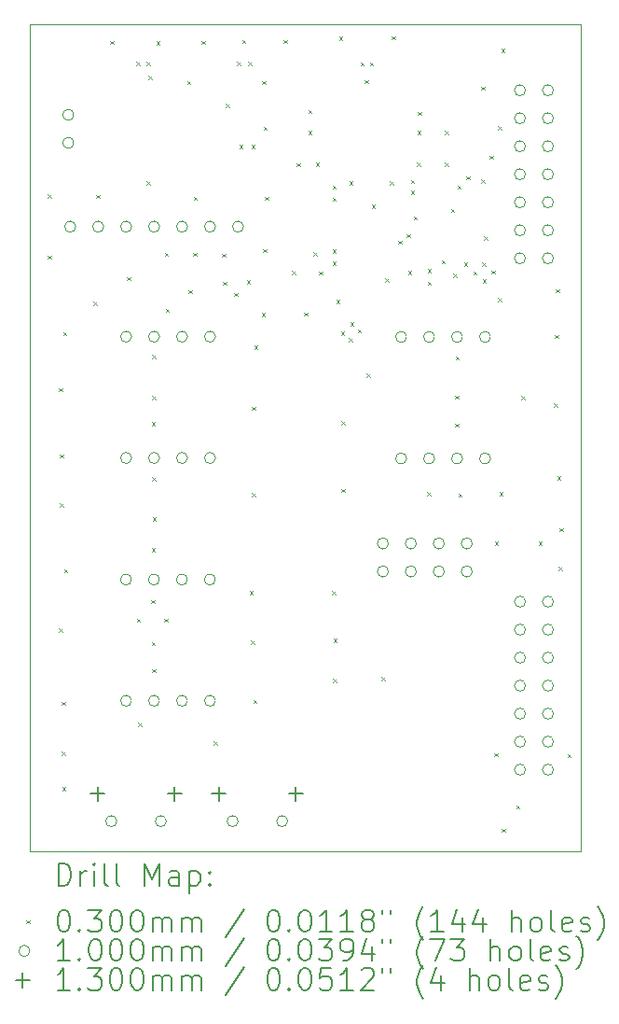
<source format=gbr>
%TF.GenerationSoftware,KiCad,Pcbnew,8.0.8*%
%TF.CreationDate,2025-01-30T21:03:49+01:00*%
%TF.ProjectId,HAMS_hub,48414d53-5f68-4756-922e-6b696361645f,rev?*%
%TF.SameCoordinates,Original*%
%TF.FileFunction,Drillmap*%
%TF.FilePolarity,Positive*%
%FSLAX45Y45*%
G04 Gerber Fmt 4.5, Leading zero omitted, Abs format (unit mm)*
G04 Created by KiCad (PCBNEW 8.0.8) date 2025-01-30 21:03:49*
%MOMM*%
%LPD*%
G01*
G04 APERTURE LIST*
%ADD10C,0.050000*%
%ADD11C,0.200000*%
%ADD12C,0.100000*%
%ADD13C,0.130000*%
G04 APERTURE END LIST*
D10*
X8345500Y-5870000D02*
X13345500Y-5870000D01*
X13345500Y-13370000D01*
X8345500Y-13370000D01*
X8345500Y-5870000D01*
D11*
D12*
X8505000Y-7415000D02*
X8535000Y-7445000D01*
X8535000Y-7415000D02*
X8505000Y-7445000D01*
X8505000Y-7970000D02*
X8535000Y-8000000D01*
X8535000Y-7970000D02*
X8505000Y-8000000D01*
X8607500Y-9172500D02*
X8637500Y-9202500D01*
X8637500Y-9172500D02*
X8607500Y-9202500D01*
X8607500Y-11350000D02*
X8637500Y-11380000D01*
X8637500Y-11350000D02*
X8607500Y-11380000D01*
X8617500Y-9772500D02*
X8647500Y-9802500D01*
X8647500Y-9772500D02*
X8617500Y-9802500D01*
X8617500Y-10215000D02*
X8647500Y-10245000D01*
X8647500Y-10215000D02*
X8617500Y-10245000D01*
X8635000Y-12017500D02*
X8665000Y-12047500D01*
X8665000Y-12017500D02*
X8635000Y-12047500D01*
X8635000Y-12467500D02*
X8665000Y-12497500D01*
X8665000Y-12467500D02*
X8635000Y-12497500D01*
X8637500Y-12790000D02*
X8667500Y-12820000D01*
X8667500Y-12790000D02*
X8637500Y-12820000D01*
X8645000Y-8665000D02*
X8675000Y-8695000D01*
X8675000Y-8665000D02*
X8645000Y-8695000D01*
X8655000Y-10815000D02*
X8685000Y-10845000D01*
X8685000Y-10815000D02*
X8655000Y-10845000D01*
X8922500Y-8387500D02*
X8952500Y-8417500D01*
X8952500Y-8387500D02*
X8922500Y-8417500D01*
X8945000Y-7420000D02*
X8975000Y-7450000D01*
X8975000Y-7420000D02*
X8945000Y-7450000D01*
X9075000Y-6022500D02*
X9105000Y-6052500D01*
X9105000Y-6022500D02*
X9075000Y-6052500D01*
X9227500Y-8165000D02*
X9257500Y-8195000D01*
X9257500Y-8165000D02*
X9227500Y-8195000D01*
X9310000Y-6212500D02*
X9340000Y-6242500D01*
X9340000Y-6212500D02*
X9310000Y-6242500D01*
X9315000Y-11262500D02*
X9345000Y-11292500D01*
X9345000Y-11262500D02*
X9315000Y-11292500D01*
X9327500Y-12207500D02*
X9357500Y-12237500D01*
X9357500Y-12207500D02*
X9327500Y-12237500D01*
X9405000Y-6212500D02*
X9435000Y-6242500D01*
X9435000Y-6212500D02*
X9405000Y-6242500D01*
X9405000Y-7297500D02*
X9435000Y-7327500D01*
X9435000Y-7297500D02*
X9405000Y-7327500D01*
X9422500Y-6340000D02*
X9452500Y-6370000D01*
X9452500Y-6340000D02*
X9422500Y-6370000D01*
X9447500Y-11092500D02*
X9477500Y-11122500D01*
X9477500Y-11092500D02*
X9447500Y-11122500D01*
X9450000Y-9482500D02*
X9480000Y-9512500D01*
X9480000Y-9482500D02*
X9450000Y-9512500D01*
X9450000Y-10622500D02*
X9480000Y-10652500D01*
X9480000Y-10622500D02*
X9450000Y-10652500D01*
X9450000Y-11475000D02*
X9480000Y-11505000D01*
X9480000Y-11475000D02*
X9450000Y-11505000D01*
X9452500Y-9245000D02*
X9482500Y-9275000D01*
X9482500Y-9245000D02*
X9452500Y-9275000D01*
X9455000Y-8872500D02*
X9485000Y-8902500D01*
X9485000Y-8872500D02*
X9455000Y-8902500D01*
X9455000Y-9980000D02*
X9485000Y-10010000D01*
X9485000Y-9980000D02*
X9455000Y-10010000D01*
X9455000Y-11720000D02*
X9485000Y-11750000D01*
X9485000Y-11720000D02*
X9455000Y-11750000D01*
X9457500Y-10345000D02*
X9487500Y-10375000D01*
X9487500Y-10345000D02*
X9457500Y-10375000D01*
X9492500Y-6025000D02*
X9522500Y-6055000D01*
X9522500Y-6025000D02*
X9492500Y-6055000D01*
X9565000Y-11262500D02*
X9595000Y-11292500D01*
X9595000Y-11262500D02*
X9565000Y-11292500D01*
X9570000Y-7945000D02*
X9600000Y-7975000D01*
X9600000Y-7945000D02*
X9570000Y-7975000D01*
X9577500Y-8452500D02*
X9607500Y-8482500D01*
X9607500Y-8452500D02*
X9577500Y-8482500D01*
X9772500Y-6385000D02*
X9802500Y-6415000D01*
X9802500Y-6385000D02*
X9772500Y-6415000D01*
X9782500Y-8282500D02*
X9812500Y-8312500D01*
X9812500Y-8282500D02*
X9782500Y-8312500D01*
X9827500Y-7945000D02*
X9857500Y-7975000D01*
X9857500Y-7945000D02*
X9827500Y-7975000D01*
X9830000Y-7437500D02*
X9860000Y-7467500D01*
X9860000Y-7437500D02*
X9830000Y-7467500D01*
X9905000Y-6020000D02*
X9935000Y-6050000D01*
X9935000Y-6020000D02*
X9905000Y-6050000D01*
X10012500Y-12377500D02*
X10042500Y-12407500D01*
X10042500Y-12377500D02*
X10012500Y-12407500D01*
X10087500Y-7952500D02*
X10117500Y-7982500D01*
X10117500Y-7952500D02*
X10087500Y-7982500D01*
X10100000Y-8207500D02*
X10130000Y-8237500D01*
X10130000Y-8207500D02*
X10100000Y-8237500D01*
X10122500Y-6595000D02*
X10152500Y-6625000D01*
X10152500Y-6595000D02*
X10122500Y-6625000D01*
X10198750Y-8308750D02*
X10228750Y-8338750D01*
X10228750Y-8308750D02*
X10198750Y-8338750D01*
X10225000Y-6212500D02*
X10255000Y-6242500D01*
X10255000Y-6212500D02*
X10225000Y-6242500D01*
X10245000Y-6967500D02*
X10275000Y-6997500D01*
X10275000Y-6967500D02*
X10245000Y-6997500D01*
X10270000Y-6015000D02*
X10300000Y-6045000D01*
X10300000Y-6015000D02*
X10270000Y-6045000D01*
X10312500Y-8195000D02*
X10342500Y-8225000D01*
X10342500Y-8195000D02*
X10312500Y-8225000D01*
X10325000Y-6212500D02*
X10355000Y-6242500D01*
X10355000Y-6212500D02*
X10325000Y-6242500D01*
X10337500Y-11012500D02*
X10367500Y-11042500D01*
X10367500Y-11012500D02*
X10337500Y-11042500D01*
X10350000Y-11462500D02*
X10380000Y-11492500D01*
X10380000Y-11462500D02*
X10350000Y-11492500D01*
X10355000Y-6967500D02*
X10385000Y-6997500D01*
X10385000Y-6967500D02*
X10355000Y-6997500D01*
X10362500Y-9342500D02*
X10392500Y-9372500D01*
X10392500Y-9342500D02*
X10362500Y-9372500D01*
X10362500Y-10125000D02*
X10392500Y-10155000D01*
X10392500Y-10125000D02*
X10362500Y-10155000D01*
X10375000Y-12000000D02*
X10405000Y-12030000D01*
X10405000Y-12000000D02*
X10375000Y-12030000D01*
X10380000Y-8787500D02*
X10410000Y-8817500D01*
X10410000Y-8787500D02*
X10380000Y-8817500D01*
X10450000Y-8490000D02*
X10480000Y-8520000D01*
X10480000Y-8490000D02*
X10450000Y-8520000D01*
X10455000Y-6385000D02*
X10485000Y-6415000D01*
X10485000Y-6385000D02*
X10455000Y-6415000D01*
X10462500Y-7910000D02*
X10492500Y-7940000D01*
X10492500Y-7910000D02*
X10462500Y-7940000D01*
X10465000Y-6802500D02*
X10495000Y-6832500D01*
X10495000Y-6802500D02*
X10465000Y-6832500D01*
X10480000Y-7437500D02*
X10510000Y-7467500D01*
X10510000Y-7437500D02*
X10480000Y-7467500D01*
X10647500Y-6015000D02*
X10677500Y-6045000D01*
X10677500Y-6015000D02*
X10647500Y-6045000D01*
X10725000Y-8110000D02*
X10755000Y-8140000D01*
X10755000Y-8110000D02*
X10725000Y-8140000D01*
X10767500Y-7132500D02*
X10797500Y-7162500D01*
X10797500Y-7132500D02*
X10767500Y-7162500D01*
X10832500Y-8487500D02*
X10862500Y-8517500D01*
X10862500Y-8487500D02*
X10832500Y-8517500D01*
X10872500Y-6650000D02*
X10902500Y-6680000D01*
X10902500Y-6650000D02*
X10872500Y-6680000D01*
X10872500Y-6837500D02*
X10902500Y-6867500D01*
X10902500Y-6837500D02*
X10872500Y-6867500D01*
X10917500Y-7940000D02*
X10947500Y-7970000D01*
X10947500Y-7940000D02*
X10917500Y-7970000D01*
X10940000Y-7127500D02*
X10970000Y-7157500D01*
X10970000Y-7127500D02*
X10940000Y-7157500D01*
X10970000Y-8115000D02*
X11000000Y-8145000D01*
X11000000Y-8115000D02*
X10970000Y-8145000D01*
X11087500Y-11012500D02*
X11117500Y-11042500D01*
X11117500Y-11012500D02*
X11087500Y-11042500D01*
X11092500Y-7332500D02*
X11122500Y-7362500D01*
X11122500Y-7332500D02*
X11092500Y-7362500D01*
X11092500Y-7442500D02*
X11122500Y-7472500D01*
X11122500Y-7442500D02*
X11092500Y-7472500D01*
X11092500Y-7915000D02*
X11122500Y-7945000D01*
X11122500Y-7915000D02*
X11092500Y-7945000D01*
X11092500Y-8025000D02*
X11122500Y-8055000D01*
X11122500Y-8025000D02*
X11092500Y-8055000D01*
X11097500Y-11810000D02*
X11127500Y-11840000D01*
X11127500Y-11810000D02*
X11097500Y-11840000D01*
X11100000Y-11445000D02*
X11130000Y-11475000D01*
X11130000Y-11445000D02*
X11100000Y-11475000D01*
X11127500Y-8372500D02*
X11157500Y-8402500D01*
X11157500Y-8372500D02*
X11127500Y-8402500D01*
X11152500Y-5985000D02*
X11182500Y-6015000D01*
X11182500Y-5985000D02*
X11152500Y-6015000D01*
X11168750Y-8658750D02*
X11198750Y-8688750D01*
X11198750Y-8658750D02*
X11168750Y-8688750D01*
X11172500Y-9472500D02*
X11202500Y-9502500D01*
X11202500Y-9472500D02*
X11172500Y-9502500D01*
X11172500Y-10087500D02*
X11202500Y-10117500D01*
X11202500Y-10087500D02*
X11172500Y-10117500D01*
X11240000Y-8720000D02*
X11270000Y-8750000D01*
X11270000Y-8720000D02*
X11240000Y-8750000D01*
X11245000Y-7295000D02*
X11275000Y-7325000D01*
X11275000Y-7295000D02*
X11245000Y-7325000D01*
X11255000Y-8572500D02*
X11285000Y-8602500D01*
X11285000Y-8572500D02*
X11255000Y-8602500D01*
X11322500Y-8637500D02*
X11352500Y-8667500D01*
X11352500Y-8637500D02*
X11322500Y-8667500D01*
X11345000Y-6215000D02*
X11375000Y-6245000D01*
X11375000Y-6215000D02*
X11345000Y-6245000D01*
X11385000Y-6377500D02*
X11415000Y-6407500D01*
X11415000Y-6377500D02*
X11385000Y-6407500D01*
X11400000Y-9040000D02*
X11430000Y-9070000D01*
X11430000Y-9040000D02*
X11400000Y-9070000D01*
X11432500Y-6215000D02*
X11462500Y-6245000D01*
X11462500Y-6215000D02*
X11432500Y-6245000D01*
X11447500Y-7507500D02*
X11477500Y-7537500D01*
X11477500Y-7507500D02*
X11447500Y-7537500D01*
X11537500Y-11792500D02*
X11567500Y-11822500D01*
X11567500Y-11792500D02*
X11537500Y-11822500D01*
X11570000Y-8177500D02*
X11600000Y-8207500D01*
X11600000Y-8177500D02*
X11570000Y-8207500D01*
X11615000Y-7295000D02*
X11645000Y-7325000D01*
X11645000Y-7295000D02*
X11615000Y-7325000D01*
X11630000Y-5980000D02*
X11660000Y-6010000D01*
X11660000Y-5980000D02*
X11630000Y-6010000D01*
X11690750Y-7833250D02*
X11720750Y-7863250D01*
X11720750Y-7833250D02*
X11690750Y-7863250D01*
X11767500Y-7773500D02*
X11797500Y-7803500D01*
X11797500Y-7773500D02*
X11767500Y-7803500D01*
X11780000Y-8110000D02*
X11810000Y-8140000D01*
X11810000Y-8110000D02*
X11780000Y-8140000D01*
X11802500Y-7282500D02*
X11832500Y-7312500D01*
X11832500Y-7282500D02*
X11802500Y-7312500D01*
X11802500Y-7382500D02*
X11832500Y-7412500D01*
X11832500Y-7382500D02*
X11802500Y-7412500D01*
X11828000Y-7615000D02*
X11858000Y-7645000D01*
X11858000Y-7615000D02*
X11828000Y-7645000D01*
X11857500Y-7127500D02*
X11887500Y-7157500D01*
X11887500Y-7127500D02*
X11857500Y-7157500D01*
X11865000Y-6837500D02*
X11895000Y-6867500D01*
X11895000Y-6837500D02*
X11865000Y-6867500D01*
X11867500Y-6665000D02*
X11897500Y-6695000D01*
X11897500Y-6665000D02*
X11867500Y-6695000D01*
X11950000Y-10115000D02*
X11980000Y-10145000D01*
X11980000Y-10115000D02*
X11950000Y-10145000D01*
X11954500Y-8092500D02*
X11984500Y-8122500D01*
X11984500Y-8092500D02*
X11954500Y-8122500D01*
X11954500Y-8205000D02*
X11984500Y-8235000D01*
X11984500Y-8205000D02*
X11954500Y-8235000D01*
X12085000Y-8012500D02*
X12115000Y-8042500D01*
X12115000Y-8012500D02*
X12085000Y-8042500D01*
X12112500Y-6837500D02*
X12142500Y-6867500D01*
X12142500Y-6837500D02*
X12112500Y-6867500D01*
X12112500Y-7125000D02*
X12142500Y-7155000D01*
X12142500Y-7125000D02*
X12112500Y-7155000D01*
X12167500Y-7547500D02*
X12197500Y-7577500D01*
X12197500Y-7547500D02*
X12167500Y-7577500D01*
X12190000Y-8135000D02*
X12220000Y-8165000D01*
X12220000Y-8135000D02*
X12190000Y-8165000D01*
X12205000Y-9240000D02*
X12235000Y-9270000D01*
X12235000Y-9240000D02*
X12205000Y-9270000D01*
X12205000Y-9492500D02*
X12235000Y-9522500D01*
X12235000Y-9492500D02*
X12205000Y-9522500D01*
X12210000Y-8885000D02*
X12240000Y-8915000D01*
X12240000Y-8885000D02*
X12210000Y-8915000D01*
X12227500Y-7332500D02*
X12257500Y-7362500D01*
X12257500Y-7332500D02*
X12227500Y-7362500D01*
X12235000Y-10127500D02*
X12265000Y-10157500D01*
X12265000Y-10127500D02*
X12235000Y-10157500D01*
X12285000Y-8032500D02*
X12315000Y-8062500D01*
X12315000Y-8032500D02*
X12285000Y-8062500D01*
X12310000Y-7250000D02*
X12340000Y-7280000D01*
X12340000Y-7250000D02*
X12310000Y-7280000D01*
X12372500Y-8115000D02*
X12402500Y-8145000D01*
X12402500Y-8115000D02*
X12372500Y-8145000D01*
X12445000Y-6437500D02*
X12475000Y-6467500D01*
X12475000Y-6437500D02*
X12445000Y-6467500D01*
X12445000Y-7277500D02*
X12475000Y-7307500D01*
X12475000Y-7277500D02*
X12445000Y-7307500D01*
X12453500Y-8033500D02*
X12483500Y-8063500D01*
X12483500Y-8033500D02*
X12453500Y-8063500D01*
X12457500Y-8185000D02*
X12487500Y-8215000D01*
X12487500Y-8185000D02*
X12457500Y-8215000D01*
X12468000Y-7794000D02*
X12498000Y-7824000D01*
X12498000Y-7794000D02*
X12468000Y-7824000D01*
X12517500Y-7065000D02*
X12547500Y-7095000D01*
X12547500Y-7065000D02*
X12517500Y-7095000D01*
X12536250Y-8106250D02*
X12566250Y-8136250D01*
X12566250Y-8106250D02*
X12536250Y-8136250D01*
X12562500Y-12482500D02*
X12592500Y-12512500D01*
X12592500Y-12482500D02*
X12562500Y-12512500D01*
X12565000Y-10562500D02*
X12595000Y-10592500D01*
X12595000Y-10562500D02*
X12565000Y-10592500D01*
X12597500Y-6795000D02*
X12627500Y-6825000D01*
X12627500Y-6795000D02*
X12597500Y-6825000D01*
X12597500Y-8355000D02*
X12627500Y-8385000D01*
X12627500Y-8355000D02*
X12597500Y-8385000D01*
X12610000Y-10117500D02*
X12640000Y-10147500D01*
X12640000Y-10117500D02*
X12610000Y-10147500D01*
X12625000Y-6092500D02*
X12655000Y-6122500D01*
X12655000Y-6092500D02*
X12625000Y-6122500D01*
X12630000Y-13167500D02*
X12660000Y-13197500D01*
X12660000Y-13167500D02*
X12630000Y-13197500D01*
X12760000Y-12955000D02*
X12790000Y-12985000D01*
X12790000Y-12955000D02*
X12760000Y-12985000D01*
X12805000Y-9242500D02*
X12835000Y-9272500D01*
X12835000Y-9242500D02*
X12805000Y-9272500D01*
X12965000Y-10565000D02*
X12995000Y-10595000D01*
X12995000Y-10565000D02*
X12965000Y-10595000D01*
X13105000Y-9312500D02*
X13135000Y-9342500D01*
X13135000Y-9312500D02*
X13105000Y-9342500D01*
X13110000Y-8687500D02*
X13140000Y-8717500D01*
X13140000Y-8687500D02*
X13110000Y-8717500D01*
X13122500Y-8275000D02*
X13152500Y-8305000D01*
X13152500Y-8275000D02*
X13122500Y-8305000D01*
X13135000Y-9970000D02*
X13165000Y-10000000D01*
X13165000Y-9970000D02*
X13135000Y-10000000D01*
X13145000Y-10795000D02*
X13175000Y-10825000D01*
X13175000Y-10795000D02*
X13145000Y-10825000D01*
X13155000Y-10442500D02*
X13185000Y-10472500D01*
X13185000Y-10442500D02*
X13155000Y-10472500D01*
X13227500Y-12490000D02*
X13257500Y-12520000D01*
X13257500Y-12490000D02*
X13227500Y-12520000D01*
X8742500Y-6692500D02*
G75*
G02*
X8642500Y-6692500I-50000J0D01*
G01*
X8642500Y-6692500D02*
G75*
G02*
X8742500Y-6692500I50000J0D01*
G01*
X8742500Y-6946500D02*
G75*
G02*
X8642500Y-6946500I-50000J0D01*
G01*
X8642500Y-6946500D02*
G75*
G02*
X8742500Y-6946500I50000J0D01*
G01*
X8760000Y-7707500D02*
G75*
G02*
X8660000Y-7707500I-50000J0D01*
G01*
X8660000Y-7707500D02*
G75*
G02*
X8760000Y-7707500I50000J0D01*
G01*
X9014000Y-7707500D02*
G75*
G02*
X8914000Y-7707500I-50000J0D01*
G01*
X8914000Y-7707500D02*
G75*
G02*
X9014000Y-7707500I50000J0D01*
G01*
X9132500Y-13100000D02*
G75*
G02*
X9032500Y-13100000I-50000J0D01*
G01*
X9032500Y-13100000D02*
G75*
G02*
X9132500Y-13100000I50000J0D01*
G01*
X9267000Y-10908000D02*
G75*
G02*
X9167000Y-10908000I-50000J0D01*
G01*
X9167000Y-10908000D02*
G75*
G02*
X9267000Y-10908000I50000J0D01*
G01*
X9267000Y-12007500D02*
G75*
G02*
X9167000Y-12007500I-50000J0D01*
G01*
X9167000Y-12007500D02*
G75*
G02*
X9267000Y-12007500I50000J0D01*
G01*
X9267500Y-8705000D02*
G75*
G02*
X9167500Y-8705000I-50000J0D01*
G01*
X9167500Y-8705000D02*
G75*
G02*
X9267500Y-8705000I50000J0D01*
G01*
X9267500Y-9805000D02*
G75*
G02*
X9167500Y-9805000I-50000J0D01*
G01*
X9167500Y-9805000D02*
G75*
G02*
X9267500Y-9805000I50000J0D01*
G01*
X9268000Y-7707500D02*
G75*
G02*
X9168000Y-7707500I-50000J0D01*
G01*
X9168000Y-7707500D02*
G75*
G02*
X9268000Y-7707500I50000J0D01*
G01*
X9521000Y-10908000D02*
G75*
G02*
X9421000Y-10908000I-50000J0D01*
G01*
X9421000Y-10908000D02*
G75*
G02*
X9521000Y-10908000I50000J0D01*
G01*
X9521000Y-12007500D02*
G75*
G02*
X9421000Y-12007500I-50000J0D01*
G01*
X9421000Y-12007500D02*
G75*
G02*
X9521000Y-12007500I50000J0D01*
G01*
X9521500Y-8705000D02*
G75*
G02*
X9421500Y-8705000I-50000J0D01*
G01*
X9421500Y-8705000D02*
G75*
G02*
X9521500Y-8705000I50000J0D01*
G01*
X9521500Y-9805000D02*
G75*
G02*
X9421500Y-9805000I-50000J0D01*
G01*
X9421500Y-9805000D02*
G75*
G02*
X9521500Y-9805000I50000J0D01*
G01*
X9522000Y-7707500D02*
G75*
G02*
X9422000Y-7707500I-50000J0D01*
G01*
X9422000Y-7707500D02*
G75*
G02*
X9522000Y-7707500I50000J0D01*
G01*
X9582500Y-13100000D02*
G75*
G02*
X9482500Y-13100000I-50000J0D01*
G01*
X9482500Y-13100000D02*
G75*
G02*
X9582500Y-13100000I50000J0D01*
G01*
X9775000Y-10908000D02*
G75*
G02*
X9675000Y-10908000I-50000J0D01*
G01*
X9675000Y-10908000D02*
G75*
G02*
X9775000Y-10908000I50000J0D01*
G01*
X9775000Y-12007500D02*
G75*
G02*
X9675000Y-12007500I-50000J0D01*
G01*
X9675000Y-12007500D02*
G75*
G02*
X9775000Y-12007500I50000J0D01*
G01*
X9775500Y-8705000D02*
G75*
G02*
X9675500Y-8705000I-50000J0D01*
G01*
X9675500Y-8705000D02*
G75*
G02*
X9775500Y-8705000I50000J0D01*
G01*
X9775500Y-9805000D02*
G75*
G02*
X9675500Y-9805000I-50000J0D01*
G01*
X9675500Y-9805000D02*
G75*
G02*
X9775500Y-9805000I50000J0D01*
G01*
X9776000Y-7707500D02*
G75*
G02*
X9676000Y-7707500I-50000J0D01*
G01*
X9676000Y-7707500D02*
G75*
G02*
X9776000Y-7707500I50000J0D01*
G01*
X10029000Y-10908000D02*
G75*
G02*
X9929000Y-10908000I-50000J0D01*
G01*
X9929000Y-10908000D02*
G75*
G02*
X10029000Y-10908000I50000J0D01*
G01*
X10029000Y-12007500D02*
G75*
G02*
X9929000Y-12007500I-50000J0D01*
G01*
X9929000Y-12007500D02*
G75*
G02*
X10029000Y-12007500I50000J0D01*
G01*
X10029500Y-8705000D02*
G75*
G02*
X9929500Y-8705000I-50000J0D01*
G01*
X9929500Y-8705000D02*
G75*
G02*
X10029500Y-8705000I50000J0D01*
G01*
X10029500Y-9805000D02*
G75*
G02*
X9929500Y-9805000I-50000J0D01*
G01*
X9929500Y-9805000D02*
G75*
G02*
X10029500Y-9805000I50000J0D01*
G01*
X10030000Y-7707500D02*
G75*
G02*
X9930000Y-7707500I-50000J0D01*
G01*
X9930000Y-7707500D02*
G75*
G02*
X10030000Y-7707500I50000J0D01*
G01*
X10235000Y-13100000D02*
G75*
G02*
X10135000Y-13100000I-50000J0D01*
G01*
X10135000Y-13100000D02*
G75*
G02*
X10235000Y-13100000I50000J0D01*
G01*
X10284000Y-7707500D02*
G75*
G02*
X10184000Y-7707500I-50000J0D01*
G01*
X10184000Y-7707500D02*
G75*
G02*
X10284000Y-7707500I50000J0D01*
G01*
X10685000Y-13100000D02*
G75*
G02*
X10585000Y-13100000I-50000J0D01*
G01*
X10585000Y-13100000D02*
G75*
G02*
X10685000Y-13100000I50000J0D01*
G01*
X11599500Y-10581000D02*
G75*
G02*
X11499500Y-10581000I-50000J0D01*
G01*
X11499500Y-10581000D02*
G75*
G02*
X11599500Y-10581000I50000J0D01*
G01*
X11599500Y-10835000D02*
G75*
G02*
X11499500Y-10835000I-50000J0D01*
G01*
X11499500Y-10835000D02*
G75*
G02*
X11599500Y-10835000I50000J0D01*
G01*
X11765500Y-8707500D02*
G75*
G02*
X11665500Y-8707500I-50000J0D01*
G01*
X11665500Y-8707500D02*
G75*
G02*
X11765500Y-8707500I50000J0D01*
G01*
X11765500Y-9810000D02*
G75*
G02*
X11665500Y-9810000I-50000J0D01*
G01*
X11665500Y-9810000D02*
G75*
G02*
X11765500Y-9810000I50000J0D01*
G01*
X11853500Y-10581000D02*
G75*
G02*
X11753500Y-10581000I-50000J0D01*
G01*
X11753500Y-10581000D02*
G75*
G02*
X11853500Y-10581000I50000J0D01*
G01*
X11853500Y-10835000D02*
G75*
G02*
X11753500Y-10835000I-50000J0D01*
G01*
X11753500Y-10835000D02*
G75*
G02*
X11853500Y-10835000I50000J0D01*
G01*
X12019500Y-8707500D02*
G75*
G02*
X11919500Y-8707500I-50000J0D01*
G01*
X11919500Y-8707500D02*
G75*
G02*
X12019500Y-8707500I50000J0D01*
G01*
X12019500Y-9810000D02*
G75*
G02*
X11919500Y-9810000I-50000J0D01*
G01*
X11919500Y-9810000D02*
G75*
G02*
X12019500Y-9810000I50000J0D01*
G01*
X12107500Y-10581000D02*
G75*
G02*
X12007500Y-10581000I-50000J0D01*
G01*
X12007500Y-10581000D02*
G75*
G02*
X12107500Y-10581000I50000J0D01*
G01*
X12107500Y-10835000D02*
G75*
G02*
X12007500Y-10835000I-50000J0D01*
G01*
X12007500Y-10835000D02*
G75*
G02*
X12107500Y-10835000I50000J0D01*
G01*
X12273500Y-8707500D02*
G75*
G02*
X12173500Y-8707500I-50000J0D01*
G01*
X12173500Y-8707500D02*
G75*
G02*
X12273500Y-8707500I50000J0D01*
G01*
X12273500Y-9810000D02*
G75*
G02*
X12173500Y-9810000I-50000J0D01*
G01*
X12173500Y-9810000D02*
G75*
G02*
X12273500Y-9810000I50000J0D01*
G01*
X12361500Y-10581000D02*
G75*
G02*
X12261500Y-10581000I-50000J0D01*
G01*
X12261500Y-10581000D02*
G75*
G02*
X12361500Y-10581000I50000J0D01*
G01*
X12361500Y-10835000D02*
G75*
G02*
X12261500Y-10835000I-50000J0D01*
G01*
X12261500Y-10835000D02*
G75*
G02*
X12361500Y-10835000I50000J0D01*
G01*
X12527500Y-8707500D02*
G75*
G02*
X12427500Y-8707500I-50000J0D01*
G01*
X12427500Y-8707500D02*
G75*
G02*
X12527500Y-8707500I50000J0D01*
G01*
X12527500Y-9810000D02*
G75*
G02*
X12427500Y-9810000I-50000J0D01*
G01*
X12427500Y-9810000D02*
G75*
G02*
X12527500Y-9810000I50000J0D01*
G01*
X12845000Y-6470000D02*
G75*
G02*
X12745000Y-6470000I-50000J0D01*
G01*
X12745000Y-6470000D02*
G75*
G02*
X12845000Y-6470000I50000J0D01*
G01*
X12845000Y-6724000D02*
G75*
G02*
X12745000Y-6724000I-50000J0D01*
G01*
X12745000Y-6724000D02*
G75*
G02*
X12845000Y-6724000I50000J0D01*
G01*
X12845000Y-6978000D02*
G75*
G02*
X12745000Y-6978000I-50000J0D01*
G01*
X12745000Y-6978000D02*
G75*
G02*
X12845000Y-6978000I50000J0D01*
G01*
X12845000Y-7232000D02*
G75*
G02*
X12745000Y-7232000I-50000J0D01*
G01*
X12745000Y-7232000D02*
G75*
G02*
X12845000Y-7232000I50000J0D01*
G01*
X12845000Y-7486000D02*
G75*
G02*
X12745000Y-7486000I-50000J0D01*
G01*
X12745000Y-7486000D02*
G75*
G02*
X12845000Y-7486000I50000J0D01*
G01*
X12845000Y-7740000D02*
G75*
G02*
X12745000Y-7740000I-50000J0D01*
G01*
X12745000Y-7740000D02*
G75*
G02*
X12845000Y-7740000I50000J0D01*
G01*
X12845000Y-7994000D02*
G75*
G02*
X12745000Y-7994000I-50000J0D01*
G01*
X12745000Y-7994000D02*
G75*
G02*
X12845000Y-7994000I50000J0D01*
G01*
X12845000Y-11108500D02*
G75*
G02*
X12745000Y-11108500I-50000J0D01*
G01*
X12745000Y-11108500D02*
G75*
G02*
X12845000Y-11108500I50000J0D01*
G01*
X12845000Y-11362500D02*
G75*
G02*
X12745000Y-11362500I-50000J0D01*
G01*
X12745000Y-11362500D02*
G75*
G02*
X12845000Y-11362500I50000J0D01*
G01*
X12845000Y-11616500D02*
G75*
G02*
X12745000Y-11616500I-50000J0D01*
G01*
X12745000Y-11616500D02*
G75*
G02*
X12845000Y-11616500I50000J0D01*
G01*
X12845000Y-11870500D02*
G75*
G02*
X12745000Y-11870500I-50000J0D01*
G01*
X12745000Y-11870500D02*
G75*
G02*
X12845000Y-11870500I50000J0D01*
G01*
X12845000Y-12124500D02*
G75*
G02*
X12745000Y-12124500I-50000J0D01*
G01*
X12745000Y-12124500D02*
G75*
G02*
X12845000Y-12124500I50000J0D01*
G01*
X12845000Y-12378500D02*
G75*
G02*
X12745000Y-12378500I-50000J0D01*
G01*
X12745000Y-12378500D02*
G75*
G02*
X12845000Y-12378500I50000J0D01*
G01*
X12845000Y-12632500D02*
G75*
G02*
X12745000Y-12632500I-50000J0D01*
G01*
X12745000Y-12632500D02*
G75*
G02*
X12845000Y-12632500I50000J0D01*
G01*
X13099000Y-6470000D02*
G75*
G02*
X12999000Y-6470000I-50000J0D01*
G01*
X12999000Y-6470000D02*
G75*
G02*
X13099000Y-6470000I50000J0D01*
G01*
X13099000Y-6724000D02*
G75*
G02*
X12999000Y-6724000I-50000J0D01*
G01*
X12999000Y-6724000D02*
G75*
G02*
X13099000Y-6724000I50000J0D01*
G01*
X13099000Y-6978000D02*
G75*
G02*
X12999000Y-6978000I-50000J0D01*
G01*
X12999000Y-6978000D02*
G75*
G02*
X13099000Y-6978000I50000J0D01*
G01*
X13099000Y-7232000D02*
G75*
G02*
X12999000Y-7232000I-50000J0D01*
G01*
X12999000Y-7232000D02*
G75*
G02*
X13099000Y-7232000I50000J0D01*
G01*
X13099000Y-7486000D02*
G75*
G02*
X12999000Y-7486000I-50000J0D01*
G01*
X12999000Y-7486000D02*
G75*
G02*
X13099000Y-7486000I50000J0D01*
G01*
X13099000Y-7740000D02*
G75*
G02*
X12999000Y-7740000I-50000J0D01*
G01*
X12999000Y-7740000D02*
G75*
G02*
X13099000Y-7740000I50000J0D01*
G01*
X13099000Y-7994000D02*
G75*
G02*
X12999000Y-7994000I-50000J0D01*
G01*
X12999000Y-7994000D02*
G75*
G02*
X13099000Y-7994000I50000J0D01*
G01*
X13099000Y-11108500D02*
G75*
G02*
X12999000Y-11108500I-50000J0D01*
G01*
X12999000Y-11108500D02*
G75*
G02*
X13099000Y-11108500I50000J0D01*
G01*
X13099000Y-11362500D02*
G75*
G02*
X12999000Y-11362500I-50000J0D01*
G01*
X12999000Y-11362500D02*
G75*
G02*
X13099000Y-11362500I50000J0D01*
G01*
X13099000Y-11616500D02*
G75*
G02*
X12999000Y-11616500I-50000J0D01*
G01*
X12999000Y-11616500D02*
G75*
G02*
X13099000Y-11616500I50000J0D01*
G01*
X13099000Y-11870500D02*
G75*
G02*
X12999000Y-11870500I-50000J0D01*
G01*
X12999000Y-11870500D02*
G75*
G02*
X13099000Y-11870500I50000J0D01*
G01*
X13099000Y-12124500D02*
G75*
G02*
X12999000Y-12124500I-50000J0D01*
G01*
X12999000Y-12124500D02*
G75*
G02*
X13099000Y-12124500I50000J0D01*
G01*
X13099000Y-12378500D02*
G75*
G02*
X12999000Y-12378500I-50000J0D01*
G01*
X12999000Y-12378500D02*
G75*
G02*
X13099000Y-12378500I50000J0D01*
G01*
X13099000Y-12632500D02*
G75*
G02*
X12999000Y-12632500I-50000J0D01*
G01*
X12999000Y-12632500D02*
G75*
G02*
X13099000Y-12632500I50000J0D01*
G01*
D13*
X8957500Y-12785000D02*
X8957500Y-12915000D01*
X8892500Y-12850000D02*
X9022500Y-12850000D01*
X9657500Y-12785000D02*
X9657500Y-12915000D01*
X9592500Y-12850000D02*
X9722500Y-12850000D01*
X10060000Y-12785000D02*
X10060000Y-12915000D01*
X9995000Y-12850000D02*
X10125000Y-12850000D01*
X10760000Y-12785000D02*
X10760000Y-12915000D01*
X10695000Y-12850000D02*
X10825000Y-12850000D01*
D11*
X8603777Y-13683984D02*
X8603777Y-13483984D01*
X8603777Y-13483984D02*
X8651396Y-13483984D01*
X8651396Y-13483984D02*
X8679967Y-13493508D01*
X8679967Y-13493508D02*
X8699015Y-13512555D01*
X8699015Y-13512555D02*
X8708539Y-13531603D01*
X8708539Y-13531603D02*
X8718063Y-13569698D01*
X8718063Y-13569698D02*
X8718063Y-13598269D01*
X8718063Y-13598269D02*
X8708539Y-13636365D01*
X8708539Y-13636365D02*
X8699015Y-13655412D01*
X8699015Y-13655412D02*
X8679967Y-13674460D01*
X8679967Y-13674460D02*
X8651396Y-13683984D01*
X8651396Y-13683984D02*
X8603777Y-13683984D01*
X8803777Y-13683984D02*
X8803777Y-13550650D01*
X8803777Y-13588746D02*
X8813301Y-13569698D01*
X8813301Y-13569698D02*
X8822824Y-13560174D01*
X8822824Y-13560174D02*
X8841872Y-13550650D01*
X8841872Y-13550650D02*
X8860920Y-13550650D01*
X8927586Y-13683984D02*
X8927586Y-13550650D01*
X8927586Y-13483984D02*
X8918063Y-13493508D01*
X8918063Y-13493508D02*
X8927586Y-13503031D01*
X8927586Y-13503031D02*
X8937110Y-13493508D01*
X8937110Y-13493508D02*
X8927586Y-13483984D01*
X8927586Y-13483984D02*
X8927586Y-13503031D01*
X9051396Y-13683984D02*
X9032348Y-13674460D01*
X9032348Y-13674460D02*
X9022824Y-13655412D01*
X9022824Y-13655412D02*
X9022824Y-13483984D01*
X9156158Y-13683984D02*
X9137110Y-13674460D01*
X9137110Y-13674460D02*
X9127586Y-13655412D01*
X9127586Y-13655412D02*
X9127586Y-13483984D01*
X9384729Y-13683984D02*
X9384729Y-13483984D01*
X9384729Y-13483984D02*
X9451396Y-13626841D01*
X9451396Y-13626841D02*
X9518063Y-13483984D01*
X9518063Y-13483984D02*
X9518063Y-13683984D01*
X9699015Y-13683984D02*
X9699015Y-13579222D01*
X9699015Y-13579222D02*
X9689491Y-13560174D01*
X9689491Y-13560174D02*
X9670444Y-13550650D01*
X9670444Y-13550650D02*
X9632348Y-13550650D01*
X9632348Y-13550650D02*
X9613301Y-13560174D01*
X9699015Y-13674460D02*
X9679967Y-13683984D01*
X9679967Y-13683984D02*
X9632348Y-13683984D01*
X9632348Y-13683984D02*
X9613301Y-13674460D01*
X9613301Y-13674460D02*
X9603777Y-13655412D01*
X9603777Y-13655412D02*
X9603777Y-13636365D01*
X9603777Y-13636365D02*
X9613301Y-13617317D01*
X9613301Y-13617317D02*
X9632348Y-13607793D01*
X9632348Y-13607793D02*
X9679967Y-13607793D01*
X9679967Y-13607793D02*
X9699015Y-13598269D01*
X9794253Y-13550650D02*
X9794253Y-13750650D01*
X9794253Y-13560174D02*
X9813301Y-13550650D01*
X9813301Y-13550650D02*
X9851396Y-13550650D01*
X9851396Y-13550650D02*
X9870444Y-13560174D01*
X9870444Y-13560174D02*
X9879967Y-13569698D01*
X9879967Y-13569698D02*
X9889491Y-13588746D01*
X9889491Y-13588746D02*
X9889491Y-13645888D01*
X9889491Y-13645888D02*
X9879967Y-13664936D01*
X9879967Y-13664936D02*
X9870444Y-13674460D01*
X9870444Y-13674460D02*
X9851396Y-13683984D01*
X9851396Y-13683984D02*
X9813301Y-13683984D01*
X9813301Y-13683984D02*
X9794253Y-13674460D01*
X9975205Y-13664936D02*
X9984729Y-13674460D01*
X9984729Y-13674460D02*
X9975205Y-13683984D01*
X9975205Y-13683984D02*
X9965682Y-13674460D01*
X9965682Y-13674460D02*
X9975205Y-13664936D01*
X9975205Y-13664936D02*
X9975205Y-13683984D01*
X9975205Y-13560174D02*
X9984729Y-13569698D01*
X9984729Y-13569698D02*
X9975205Y-13579222D01*
X9975205Y-13579222D02*
X9965682Y-13569698D01*
X9965682Y-13569698D02*
X9975205Y-13560174D01*
X9975205Y-13560174D02*
X9975205Y-13579222D01*
D12*
X8313000Y-13997500D02*
X8343000Y-14027500D01*
X8343000Y-13997500D02*
X8313000Y-14027500D01*
D11*
X8641872Y-13903984D02*
X8660920Y-13903984D01*
X8660920Y-13903984D02*
X8679967Y-13913508D01*
X8679967Y-13913508D02*
X8689491Y-13923031D01*
X8689491Y-13923031D02*
X8699015Y-13942079D01*
X8699015Y-13942079D02*
X8708539Y-13980174D01*
X8708539Y-13980174D02*
X8708539Y-14027793D01*
X8708539Y-14027793D02*
X8699015Y-14065888D01*
X8699015Y-14065888D02*
X8689491Y-14084936D01*
X8689491Y-14084936D02*
X8679967Y-14094460D01*
X8679967Y-14094460D02*
X8660920Y-14103984D01*
X8660920Y-14103984D02*
X8641872Y-14103984D01*
X8641872Y-14103984D02*
X8622824Y-14094460D01*
X8622824Y-14094460D02*
X8613301Y-14084936D01*
X8613301Y-14084936D02*
X8603777Y-14065888D01*
X8603777Y-14065888D02*
X8594253Y-14027793D01*
X8594253Y-14027793D02*
X8594253Y-13980174D01*
X8594253Y-13980174D02*
X8603777Y-13942079D01*
X8603777Y-13942079D02*
X8613301Y-13923031D01*
X8613301Y-13923031D02*
X8622824Y-13913508D01*
X8622824Y-13913508D02*
X8641872Y-13903984D01*
X8794253Y-14084936D02*
X8803777Y-14094460D01*
X8803777Y-14094460D02*
X8794253Y-14103984D01*
X8794253Y-14103984D02*
X8784729Y-14094460D01*
X8784729Y-14094460D02*
X8794253Y-14084936D01*
X8794253Y-14084936D02*
X8794253Y-14103984D01*
X8870444Y-13903984D02*
X8994253Y-13903984D01*
X8994253Y-13903984D02*
X8927586Y-13980174D01*
X8927586Y-13980174D02*
X8956158Y-13980174D01*
X8956158Y-13980174D02*
X8975205Y-13989698D01*
X8975205Y-13989698D02*
X8984729Y-13999222D01*
X8984729Y-13999222D02*
X8994253Y-14018269D01*
X8994253Y-14018269D02*
X8994253Y-14065888D01*
X8994253Y-14065888D02*
X8984729Y-14084936D01*
X8984729Y-14084936D02*
X8975205Y-14094460D01*
X8975205Y-14094460D02*
X8956158Y-14103984D01*
X8956158Y-14103984D02*
X8899015Y-14103984D01*
X8899015Y-14103984D02*
X8879967Y-14094460D01*
X8879967Y-14094460D02*
X8870444Y-14084936D01*
X9118063Y-13903984D02*
X9137110Y-13903984D01*
X9137110Y-13903984D02*
X9156158Y-13913508D01*
X9156158Y-13913508D02*
X9165682Y-13923031D01*
X9165682Y-13923031D02*
X9175205Y-13942079D01*
X9175205Y-13942079D02*
X9184729Y-13980174D01*
X9184729Y-13980174D02*
X9184729Y-14027793D01*
X9184729Y-14027793D02*
X9175205Y-14065888D01*
X9175205Y-14065888D02*
X9165682Y-14084936D01*
X9165682Y-14084936D02*
X9156158Y-14094460D01*
X9156158Y-14094460D02*
X9137110Y-14103984D01*
X9137110Y-14103984D02*
X9118063Y-14103984D01*
X9118063Y-14103984D02*
X9099015Y-14094460D01*
X9099015Y-14094460D02*
X9089491Y-14084936D01*
X9089491Y-14084936D02*
X9079967Y-14065888D01*
X9079967Y-14065888D02*
X9070444Y-14027793D01*
X9070444Y-14027793D02*
X9070444Y-13980174D01*
X9070444Y-13980174D02*
X9079967Y-13942079D01*
X9079967Y-13942079D02*
X9089491Y-13923031D01*
X9089491Y-13923031D02*
X9099015Y-13913508D01*
X9099015Y-13913508D02*
X9118063Y-13903984D01*
X9308539Y-13903984D02*
X9327586Y-13903984D01*
X9327586Y-13903984D02*
X9346634Y-13913508D01*
X9346634Y-13913508D02*
X9356158Y-13923031D01*
X9356158Y-13923031D02*
X9365682Y-13942079D01*
X9365682Y-13942079D02*
X9375205Y-13980174D01*
X9375205Y-13980174D02*
X9375205Y-14027793D01*
X9375205Y-14027793D02*
X9365682Y-14065888D01*
X9365682Y-14065888D02*
X9356158Y-14084936D01*
X9356158Y-14084936D02*
X9346634Y-14094460D01*
X9346634Y-14094460D02*
X9327586Y-14103984D01*
X9327586Y-14103984D02*
X9308539Y-14103984D01*
X9308539Y-14103984D02*
X9289491Y-14094460D01*
X9289491Y-14094460D02*
X9279967Y-14084936D01*
X9279967Y-14084936D02*
X9270444Y-14065888D01*
X9270444Y-14065888D02*
X9260920Y-14027793D01*
X9260920Y-14027793D02*
X9260920Y-13980174D01*
X9260920Y-13980174D02*
X9270444Y-13942079D01*
X9270444Y-13942079D02*
X9279967Y-13923031D01*
X9279967Y-13923031D02*
X9289491Y-13913508D01*
X9289491Y-13913508D02*
X9308539Y-13903984D01*
X9460920Y-14103984D02*
X9460920Y-13970650D01*
X9460920Y-13989698D02*
X9470444Y-13980174D01*
X9470444Y-13980174D02*
X9489491Y-13970650D01*
X9489491Y-13970650D02*
X9518063Y-13970650D01*
X9518063Y-13970650D02*
X9537110Y-13980174D01*
X9537110Y-13980174D02*
X9546634Y-13999222D01*
X9546634Y-13999222D02*
X9546634Y-14103984D01*
X9546634Y-13999222D02*
X9556158Y-13980174D01*
X9556158Y-13980174D02*
X9575205Y-13970650D01*
X9575205Y-13970650D02*
X9603777Y-13970650D01*
X9603777Y-13970650D02*
X9622825Y-13980174D01*
X9622825Y-13980174D02*
X9632348Y-13999222D01*
X9632348Y-13999222D02*
X9632348Y-14103984D01*
X9727586Y-14103984D02*
X9727586Y-13970650D01*
X9727586Y-13989698D02*
X9737110Y-13980174D01*
X9737110Y-13980174D02*
X9756158Y-13970650D01*
X9756158Y-13970650D02*
X9784729Y-13970650D01*
X9784729Y-13970650D02*
X9803777Y-13980174D01*
X9803777Y-13980174D02*
X9813301Y-13999222D01*
X9813301Y-13999222D02*
X9813301Y-14103984D01*
X9813301Y-13999222D02*
X9822825Y-13980174D01*
X9822825Y-13980174D02*
X9841872Y-13970650D01*
X9841872Y-13970650D02*
X9870444Y-13970650D01*
X9870444Y-13970650D02*
X9889491Y-13980174D01*
X9889491Y-13980174D02*
X9899015Y-13999222D01*
X9899015Y-13999222D02*
X9899015Y-14103984D01*
X10289491Y-13894460D02*
X10118063Y-14151603D01*
X10546634Y-13903984D02*
X10565682Y-13903984D01*
X10565682Y-13903984D02*
X10584729Y-13913508D01*
X10584729Y-13913508D02*
X10594253Y-13923031D01*
X10594253Y-13923031D02*
X10603777Y-13942079D01*
X10603777Y-13942079D02*
X10613301Y-13980174D01*
X10613301Y-13980174D02*
X10613301Y-14027793D01*
X10613301Y-14027793D02*
X10603777Y-14065888D01*
X10603777Y-14065888D02*
X10594253Y-14084936D01*
X10594253Y-14084936D02*
X10584729Y-14094460D01*
X10584729Y-14094460D02*
X10565682Y-14103984D01*
X10565682Y-14103984D02*
X10546634Y-14103984D01*
X10546634Y-14103984D02*
X10527587Y-14094460D01*
X10527587Y-14094460D02*
X10518063Y-14084936D01*
X10518063Y-14084936D02*
X10508539Y-14065888D01*
X10508539Y-14065888D02*
X10499015Y-14027793D01*
X10499015Y-14027793D02*
X10499015Y-13980174D01*
X10499015Y-13980174D02*
X10508539Y-13942079D01*
X10508539Y-13942079D02*
X10518063Y-13923031D01*
X10518063Y-13923031D02*
X10527587Y-13913508D01*
X10527587Y-13913508D02*
X10546634Y-13903984D01*
X10699015Y-14084936D02*
X10708539Y-14094460D01*
X10708539Y-14094460D02*
X10699015Y-14103984D01*
X10699015Y-14103984D02*
X10689491Y-14094460D01*
X10689491Y-14094460D02*
X10699015Y-14084936D01*
X10699015Y-14084936D02*
X10699015Y-14103984D01*
X10832348Y-13903984D02*
X10851396Y-13903984D01*
X10851396Y-13903984D02*
X10870444Y-13913508D01*
X10870444Y-13913508D02*
X10879968Y-13923031D01*
X10879968Y-13923031D02*
X10889491Y-13942079D01*
X10889491Y-13942079D02*
X10899015Y-13980174D01*
X10899015Y-13980174D02*
X10899015Y-14027793D01*
X10899015Y-14027793D02*
X10889491Y-14065888D01*
X10889491Y-14065888D02*
X10879968Y-14084936D01*
X10879968Y-14084936D02*
X10870444Y-14094460D01*
X10870444Y-14094460D02*
X10851396Y-14103984D01*
X10851396Y-14103984D02*
X10832348Y-14103984D01*
X10832348Y-14103984D02*
X10813301Y-14094460D01*
X10813301Y-14094460D02*
X10803777Y-14084936D01*
X10803777Y-14084936D02*
X10794253Y-14065888D01*
X10794253Y-14065888D02*
X10784729Y-14027793D01*
X10784729Y-14027793D02*
X10784729Y-13980174D01*
X10784729Y-13980174D02*
X10794253Y-13942079D01*
X10794253Y-13942079D02*
X10803777Y-13923031D01*
X10803777Y-13923031D02*
X10813301Y-13913508D01*
X10813301Y-13913508D02*
X10832348Y-13903984D01*
X11089491Y-14103984D02*
X10975206Y-14103984D01*
X11032348Y-14103984D02*
X11032348Y-13903984D01*
X11032348Y-13903984D02*
X11013301Y-13932555D01*
X11013301Y-13932555D02*
X10994253Y-13951603D01*
X10994253Y-13951603D02*
X10975206Y-13961127D01*
X11279967Y-14103984D02*
X11165682Y-14103984D01*
X11222825Y-14103984D02*
X11222825Y-13903984D01*
X11222825Y-13903984D02*
X11203777Y-13932555D01*
X11203777Y-13932555D02*
X11184729Y-13951603D01*
X11184729Y-13951603D02*
X11165682Y-13961127D01*
X11394253Y-13989698D02*
X11375206Y-13980174D01*
X11375206Y-13980174D02*
X11365682Y-13970650D01*
X11365682Y-13970650D02*
X11356158Y-13951603D01*
X11356158Y-13951603D02*
X11356158Y-13942079D01*
X11356158Y-13942079D02*
X11365682Y-13923031D01*
X11365682Y-13923031D02*
X11375206Y-13913508D01*
X11375206Y-13913508D02*
X11394253Y-13903984D01*
X11394253Y-13903984D02*
X11432348Y-13903984D01*
X11432348Y-13903984D02*
X11451396Y-13913508D01*
X11451396Y-13913508D02*
X11460920Y-13923031D01*
X11460920Y-13923031D02*
X11470444Y-13942079D01*
X11470444Y-13942079D02*
X11470444Y-13951603D01*
X11470444Y-13951603D02*
X11460920Y-13970650D01*
X11460920Y-13970650D02*
X11451396Y-13980174D01*
X11451396Y-13980174D02*
X11432348Y-13989698D01*
X11432348Y-13989698D02*
X11394253Y-13989698D01*
X11394253Y-13989698D02*
X11375206Y-13999222D01*
X11375206Y-13999222D02*
X11365682Y-14008746D01*
X11365682Y-14008746D02*
X11356158Y-14027793D01*
X11356158Y-14027793D02*
X11356158Y-14065888D01*
X11356158Y-14065888D02*
X11365682Y-14084936D01*
X11365682Y-14084936D02*
X11375206Y-14094460D01*
X11375206Y-14094460D02*
X11394253Y-14103984D01*
X11394253Y-14103984D02*
X11432348Y-14103984D01*
X11432348Y-14103984D02*
X11451396Y-14094460D01*
X11451396Y-14094460D02*
X11460920Y-14084936D01*
X11460920Y-14084936D02*
X11470444Y-14065888D01*
X11470444Y-14065888D02*
X11470444Y-14027793D01*
X11470444Y-14027793D02*
X11460920Y-14008746D01*
X11460920Y-14008746D02*
X11451396Y-13999222D01*
X11451396Y-13999222D02*
X11432348Y-13989698D01*
X11546634Y-13903984D02*
X11546634Y-13942079D01*
X11622825Y-13903984D02*
X11622825Y-13942079D01*
X11918063Y-14180174D02*
X11908539Y-14170650D01*
X11908539Y-14170650D02*
X11889491Y-14142079D01*
X11889491Y-14142079D02*
X11879968Y-14123031D01*
X11879968Y-14123031D02*
X11870444Y-14094460D01*
X11870444Y-14094460D02*
X11860920Y-14046841D01*
X11860920Y-14046841D02*
X11860920Y-14008746D01*
X11860920Y-14008746D02*
X11870444Y-13961127D01*
X11870444Y-13961127D02*
X11879968Y-13932555D01*
X11879968Y-13932555D02*
X11889491Y-13913508D01*
X11889491Y-13913508D02*
X11908539Y-13884936D01*
X11908539Y-13884936D02*
X11918063Y-13875412D01*
X12099015Y-14103984D02*
X11984729Y-14103984D01*
X12041872Y-14103984D02*
X12041872Y-13903984D01*
X12041872Y-13903984D02*
X12022825Y-13932555D01*
X12022825Y-13932555D02*
X12003777Y-13951603D01*
X12003777Y-13951603D02*
X11984729Y-13961127D01*
X12270444Y-13970650D02*
X12270444Y-14103984D01*
X12222825Y-13894460D02*
X12175206Y-14037317D01*
X12175206Y-14037317D02*
X12299015Y-14037317D01*
X12460920Y-13970650D02*
X12460920Y-14103984D01*
X12413301Y-13894460D02*
X12365682Y-14037317D01*
X12365682Y-14037317D02*
X12489491Y-14037317D01*
X12718063Y-14103984D02*
X12718063Y-13903984D01*
X12803777Y-14103984D02*
X12803777Y-13999222D01*
X12803777Y-13999222D02*
X12794253Y-13980174D01*
X12794253Y-13980174D02*
X12775206Y-13970650D01*
X12775206Y-13970650D02*
X12746634Y-13970650D01*
X12746634Y-13970650D02*
X12727587Y-13980174D01*
X12727587Y-13980174D02*
X12718063Y-13989698D01*
X12927587Y-14103984D02*
X12908539Y-14094460D01*
X12908539Y-14094460D02*
X12899015Y-14084936D01*
X12899015Y-14084936D02*
X12889491Y-14065888D01*
X12889491Y-14065888D02*
X12889491Y-14008746D01*
X12889491Y-14008746D02*
X12899015Y-13989698D01*
X12899015Y-13989698D02*
X12908539Y-13980174D01*
X12908539Y-13980174D02*
X12927587Y-13970650D01*
X12927587Y-13970650D02*
X12956158Y-13970650D01*
X12956158Y-13970650D02*
X12975206Y-13980174D01*
X12975206Y-13980174D02*
X12984730Y-13989698D01*
X12984730Y-13989698D02*
X12994253Y-14008746D01*
X12994253Y-14008746D02*
X12994253Y-14065888D01*
X12994253Y-14065888D02*
X12984730Y-14084936D01*
X12984730Y-14084936D02*
X12975206Y-14094460D01*
X12975206Y-14094460D02*
X12956158Y-14103984D01*
X12956158Y-14103984D02*
X12927587Y-14103984D01*
X13108539Y-14103984D02*
X13089491Y-14094460D01*
X13089491Y-14094460D02*
X13079968Y-14075412D01*
X13079968Y-14075412D02*
X13079968Y-13903984D01*
X13260920Y-14094460D02*
X13241872Y-14103984D01*
X13241872Y-14103984D02*
X13203777Y-14103984D01*
X13203777Y-14103984D02*
X13184730Y-14094460D01*
X13184730Y-14094460D02*
X13175206Y-14075412D01*
X13175206Y-14075412D02*
X13175206Y-13999222D01*
X13175206Y-13999222D02*
X13184730Y-13980174D01*
X13184730Y-13980174D02*
X13203777Y-13970650D01*
X13203777Y-13970650D02*
X13241872Y-13970650D01*
X13241872Y-13970650D02*
X13260920Y-13980174D01*
X13260920Y-13980174D02*
X13270444Y-13999222D01*
X13270444Y-13999222D02*
X13270444Y-14018269D01*
X13270444Y-14018269D02*
X13175206Y-14037317D01*
X13346634Y-14094460D02*
X13365682Y-14103984D01*
X13365682Y-14103984D02*
X13403777Y-14103984D01*
X13403777Y-14103984D02*
X13422825Y-14094460D01*
X13422825Y-14094460D02*
X13432349Y-14075412D01*
X13432349Y-14075412D02*
X13432349Y-14065888D01*
X13432349Y-14065888D02*
X13422825Y-14046841D01*
X13422825Y-14046841D02*
X13403777Y-14037317D01*
X13403777Y-14037317D02*
X13375206Y-14037317D01*
X13375206Y-14037317D02*
X13356158Y-14027793D01*
X13356158Y-14027793D02*
X13346634Y-14008746D01*
X13346634Y-14008746D02*
X13346634Y-13999222D01*
X13346634Y-13999222D02*
X13356158Y-13980174D01*
X13356158Y-13980174D02*
X13375206Y-13970650D01*
X13375206Y-13970650D02*
X13403777Y-13970650D01*
X13403777Y-13970650D02*
X13422825Y-13980174D01*
X13499015Y-14180174D02*
X13508539Y-14170650D01*
X13508539Y-14170650D02*
X13527587Y-14142079D01*
X13527587Y-14142079D02*
X13537111Y-14123031D01*
X13537111Y-14123031D02*
X13546634Y-14094460D01*
X13546634Y-14094460D02*
X13556158Y-14046841D01*
X13556158Y-14046841D02*
X13556158Y-14008746D01*
X13556158Y-14008746D02*
X13546634Y-13961127D01*
X13546634Y-13961127D02*
X13537111Y-13932555D01*
X13537111Y-13932555D02*
X13527587Y-13913508D01*
X13527587Y-13913508D02*
X13508539Y-13884936D01*
X13508539Y-13884936D02*
X13499015Y-13875412D01*
D12*
X8343000Y-14276500D02*
G75*
G02*
X8243000Y-14276500I-50000J0D01*
G01*
X8243000Y-14276500D02*
G75*
G02*
X8343000Y-14276500I50000J0D01*
G01*
D11*
X8708539Y-14367984D02*
X8594253Y-14367984D01*
X8651396Y-14367984D02*
X8651396Y-14167984D01*
X8651396Y-14167984D02*
X8632348Y-14196555D01*
X8632348Y-14196555D02*
X8613301Y-14215603D01*
X8613301Y-14215603D02*
X8594253Y-14225127D01*
X8794253Y-14348936D02*
X8803777Y-14358460D01*
X8803777Y-14358460D02*
X8794253Y-14367984D01*
X8794253Y-14367984D02*
X8784729Y-14358460D01*
X8784729Y-14358460D02*
X8794253Y-14348936D01*
X8794253Y-14348936D02*
X8794253Y-14367984D01*
X8927586Y-14167984D02*
X8946634Y-14167984D01*
X8946634Y-14167984D02*
X8965682Y-14177508D01*
X8965682Y-14177508D02*
X8975205Y-14187031D01*
X8975205Y-14187031D02*
X8984729Y-14206079D01*
X8984729Y-14206079D02*
X8994253Y-14244174D01*
X8994253Y-14244174D02*
X8994253Y-14291793D01*
X8994253Y-14291793D02*
X8984729Y-14329888D01*
X8984729Y-14329888D02*
X8975205Y-14348936D01*
X8975205Y-14348936D02*
X8965682Y-14358460D01*
X8965682Y-14358460D02*
X8946634Y-14367984D01*
X8946634Y-14367984D02*
X8927586Y-14367984D01*
X8927586Y-14367984D02*
X8908539Y-14358460D01*
X8908539Y-14358460D02*
X8899015Y-14348936D01*
X8899015Y-14348936D02*
X8889491Y-14329888D01*
X8889491Y-14329888D02*
X8879967Y-14291793D01*
X8879967Y-14291793D02*
X8879967Y-14244174D01*
X8879967Y-14244174D02*
X8889491Y-14206079D01*
X8889491Y-14206079D02*
X8899015Y-14187031D01*
X8899015Y-14187031D02*
X8908539Y-14177508D01*
X8908539Y-14177508D02*
X8927586Y-14167984D01*
X9118063Y-14167984D02*
X9137110Y-14167984D01*
X9137110Y-14167984D02*
X9156158Y-14177508D01*
X9156158Y-14177508D02*
X9165682Y-14187031D01*
X9165682Y-14187031D02*
X9175205Y-14206079D01*
X9175205Y-14206079D02*
X9184729Y-14244174D01*
X9184729Y-14244174D02*
X9184729Y-14291793D01*
X9184729Y-14291793D02*
X9175205Y-14329888D01*
X9175205Y-14329888D02*
X9165682Y-14348936D01*
X9165682Y-14348936D02*
X9156158Y-14358460D01*
X9156158Y-14358460D02*
X9137110Y-14367984D01*
X9137110Y-14367984D02*
X9118063Y-14367984D01*
X9118063Y-14367984D02*
X9099015Y-14358460D01*
X9099015Y-14358460D02*
X9089491Y-14348936D01*
X9089491Y-14348936D02*
X9079967Y-14329888D01*
X9079967Y-14329888D02*
X9070444Y-14291793D01*
X9070444Y-14291793D02*
X9070444Y-14244174D01*
X9070444Y-14244174D02*
X9079967Y-14206079D01*
X9079967Y-14206079D02*
X9089491Y-14187031D01*
X9089491Y-14187031D02*
X9099015Y-14177508D01*
X9099015Y-14177508D02*
X9118063Y-14167984D01*
X9308539Y-14167984D02*
X9327586Y-14167984D01*
X9327586Y-14167984D02*
X9346634Y-14177508D01*
X9346634Y-14177508D02*
X9356158Y-14187031D01*
X9356158Y-14187031D02*
X9365682Y-14206079D01*
X9365682Y-14206079D02*
X9375205Y-14244174D01*
X9375205Y-14244174D02*
X9375205Y-14291793D01*
X9375205Y-14291793D02*
X9365682Y-14329888D01*
X9365682Y-14329888D02*
X9356158Y-14348936D01*
X9356158Y-14348936D02*
X9346634Y-14358460D01*
X9346634Y-14358460D02*
X9327586Y-14367984D01*
X9327586Y-14367984D02*
X9308539Y-14367984D01*
X9308539Y-14367984D02*
X9289491Y-14358460D01*
X9289491Y-14358460D02*
X9279967Y-14348936D01*
X9279967Y-14348936D02*
X9270444Y-14329888D01*
X9270444Y-14329888D02*
X9260920Y-14291793D01*
X9260920Y-14291793D02*
X9260920Y-14244174D01*
X9260920Y-14244174D02*
X9270444Y-14206079D01*
X9270444Y-14206079D02*
X9279967Y-14187031D01*
X9279967Y-14187031D02*
X9289491Y-14177508D01*
X9289491Y-14177508D02*
X9308539Y-14167984D01*
X9460920Y-14367984D02*
X9460920Y-14234650D01*
X9460920Y-14253698D02*
X9470444Y-14244174D01*
X9470444Y-14244174D02*
X9489491Y-14234650D01*
X9489491Y-14234650D02*
X9518063Y-14234650D01*
X9518063Y-14234650D02*
X9537110Y-14244174D01*
X9537110Y-14244174D02*
X9546634Y-14263222D01*
X9546634Y-14263222D02*
X9546634Y-14367984D01*
X9546634Y-14263222D02*
X9556158Y-14244174D01*
X9556158Y-14244174D02*
X9575205Y-14234650D01*
X9575205Y-14234650D02*
X9603777Y-14234650D01*
X9603777Y-14234650D02*
X9622825Y-14244174D01*
X9622825Y-14244174D02*
X9632348Y-14263222D01*
X9632348Y-14263222D02*
X9632348Y-14367984D01*
X9727586Y-14367984D02*
X9727586Y-14234650D01*
X9727586Y-14253698D02*
X9737110Y-14244174D01*
X9737110Y-14244174D02*
X9756158Y-14234650D01*
X9756158Y-14234650D02*
X9784729Y-14234650D01*
X9784729Y-14234650D02*
X9803777Y-14244174D01*
X9803777Y-14244174D02*
X9813301Y-14263222D01*
X9813301Y-14263222D02*
X9813301Y-14367984D01*
X9813301Y-14263222D02*
X9822825Y-14244174D01*
X9822825Y-14244174D02*
X9841872Y-14234650D01*
X9841872Y-14234650D02*
X9870444Y-14234650D01*
X9870444Y-14234650D02*
X9889491Y-14244174D01*
X9889491Y-14244174D02*
X9899015Y-14263222D01*
X9899015Y-14263222D02*
X9899015Y-14367984D01*
X10289491Y-14158460D02*
X10118063Y-14415603D01*
X10546634Y-14167984D02*
X10565682Y-14167984D01*
X10565682Y-14167984D02*
X10584729Y-14177508D01*
X10584729Y-14177508D02*
X10594253Y-14187031D01*
X10594253Y-14187031D02*
X10603777Y-14206079D01*
X10603777Y-14206079D02*
X10613301Y-14244174D01*
X10613301Y-14244174D02*
X10613301Y-14291793D01*
X10613301Y-14291793D02*
X10603777Y-14329888D01*
X10603777Y-14329888D02*
X10594253Y-14348936D01*
X10594253Y-14348936D02*
X10584729Y-14358460D01*
X10584729Y-14358460D02*
X10565682Y-14367984D01*
X10565682Y-14367984D02*
X10546634Y-14367984D01*
X10546634Y-14367984D02*
X10527587Y-14358460D01*
X10527587Y-14358460D02*
X10518063Y-14348936D01*
X10518063Y-14348936D02*
X10508539Y-14329888D01*
X10508539Y-14329888D02*
X10499015Y-14291793D01*
X10499015Y-14291793D02*
X10499015Y-14244174D01*
X10499015Y-14244174D02*
X10508539Y-14206079D01*
X10508539Y-14206079D02*
X10518063Y-14187031D01*
X10518063Y-14187031D02*
X10527587Y-14177508D01*
X10527587Y-14177508D02*
X10546634Y-14167984D01*
X10699015Y-14348936D02*
X10708539Y-14358460D01*
X10708539Y-14358460D02*
X10699015Y-14367984D01*
X10699015Y-14367984D02*
X10689491Y-14358460D01*
X10689491Y-14358460D02*
X10699015Y-14348936D01*
X10699015Y-14348936D02*
X10699015Y-14367984D01*
X10832348Y-14167984D02*
X10851396Y-14167984D01*
X10851396Y-14167984D02*
X10870444Y-14177508D01*
X10870444Y-14177508D02*
X10879968Y-14187031D01*
X10879968Y-14187031D02*
X10889491Y-14206079D01*
X10889491Y-14206079D02*
X10899015Y-14244174D01*
X10899015Y-14244174D02*
X10899015Y-14291793D01*
X10899015Y-14291793D02*
X10889491Y-14329888D01*
X10889491Y-14329888D02*
X10879968Y-14348936D01*
X10879968Y-14348936D02*
X10870444Y-14358460D01*
X10870444Y-14358460D02*
X10851396Y-14367984D01*
X10851396Y-14367984D02*
X10832348Y-14367984D01*
X10832348Y-14367984D02*
X10813301Y-14358460D01*
X10813301Y-14358460D02*
X10803777Y-14348936D01*
X10803777Y-14348936D02*
X10794253Y-14329888D01*
X10794253Y-14329888D02*
X10784729Y-14291793D01*
X10784729Y-14291793D02*
X10784729Y-14244174D01*
X10784729Y-14244174D02*
X10794253Y-14206079D01*
X10794253Y-14206079D02*
X10803777Y-14187031D01*
X10803777Y-14187031D02*
X10813301Y-14177508D01*
X10813301Y-14177508D02*
X10832348Y-14167984D01*
X10965682Y-14167984D02*
X11089491Y-14167984D01*
X11089491Y-14167984D02*
X11022825Y-14244174D01*
X11022825Y-14244174D02*
X11051396Y-14244174D01*
X11051396Y-14244174D02*
X11070444Y-14253698D01*
X11070444Y-14253698D02*
X11079968Y-14263222D01*
X11079968Y-14263222D02*
X11089491Y-14282269D01*
X11089491Y-14282269D02*
X11089491Y-14329888D01*
X11089491Y-14329888D02*
X11079968Y-14348936D01*
X11079968Y-14348936D02*
X11070444Y-14358460D01*
X11070444Y-14358460D02*
X11051396Y-14367984D01*
X11051396Y-14367984D02*
X10994253Y-14367984D01*
X10994253Y-14367984D02*
X10975206Y-14358460D01*
X10975206Y-14358460D02*
X10965682Y-14348936D01*
X11184729Y-14367984D02*
X11222825Y-14367984D01*
X11222825Y-14367984D02*
X11241872Y-14358460D01*
X11241872Y-14358460D02*
X11251396Y-14348936D01*
X11251396Y-14348936D02*
X11270444Y-14320365D01*
X11270444Y-14320365D02*
X11279967Y-14282269D01*
X11279967Y-14282269D02*
X11279967Y-14206079D01*
X11279967Y-14206079D02*
X11270444Y-14187031D01*
X11270444Y-14187031D02*
X11260920Y-14177508D01*
X11260920Y-14177508D02*
X11241872Y-14167984D01*
X11241872Y-14167984D02*
X11203777Y-14167984D01*
X11203777Y-14167984D02*
X11184729Y-14177508D01*
X11184729Y-14177508D02*
X11175206Y-14187031D01*
X11175206Y-14187031D02*
X11165682Y-14206079D01*
X11165682Y-14206079D02*
X11165682Y-14253698D01*
X11165682Y-14253698D02*
X11175206Y-14272746D01*
X11175206Y-14272746D02*
X11184729Y-14282269D01*
X11184729Y-14282269D02*
X11203777Y-14291793D01*
X11203777Y-14291793D02*
X11241872Y-14291793D01*
X11241872Y-14291793D02*
X11260920Y-14282269D01*
X11260920Y-14282269D02*
X11270444Y-14272746D01*
X11270444Y-14272746D02*
X11279967Y-14253698D01*
X11451396Y-14234650D02*
X11451396Y-14367984D01*
X11403777Y-14158460D02*
X11356158Y-14301317D01*
X11356158Y-14301317D02*
X11479967Y-14301317D01*
X11546634Y-14167984D02*
X11546634Y-14206079D01*
X11622825Y-14167984D02*
X11622825Y-14206079D01*
X11918063Y-14444174D02*
X11908539Y-14434650D01*
X11908539Y-14434650D02*
X11889491Y-14406079D01*
X11889491Y-14406079D02*
X11879968Y-14387031D01*
X11879968Y-14387031D02*
X11870444Y-14358460D01*
X11870444Y-14358460D02*
X11860920Y-14310841D01*
X11860920Y-14310841D02*
X11860920Y-14272746D01*
X11860920Y-14272746D02*
X11870444Y-14225127D01*
X11870444Y-14225127D02*
X11879968Y-14196555D01*
X11879968Y-14196555D02*
X11889491Y-14177508D01*
X11889491Y-14177508D02*
X11908539Y-14148936D01*
X11908539Y-14148936D02*
X11918063Y-14139412D01*
X11975206Y-14167984D02*
X12108539Y-14167984D01*
X12108539Y-14167984D02*
X12022825Y-14367984D01*
X12165682Y-14167984D02*
X12289491Y-14167984D01*
X12289491Y-14167984D02*
X12222825Y-14244174D01*
X12222825Y-14244174D02*
X12251396Y-14244174D01*
X12251396Y-14244174D02*
X12270444Y-14253698D01*
X12270444Y-14253698D02*
X12279968Y-14263222D01*
X12279968Y-14263222D02*
X12289491Y-14282269D01*
X12289491Y-14282269D02*
X12289491Y-14329888D01*
X12289491Y-14329888D02*
X12279968Y-14348936D01*
X12279968Y-14348936D02*
X12270444Y-14358460D01*
X12270444Y-14358460D02*
X12251396Y-14367984D01*
X12251396Y-14367984D02*
X12194253Y-14367984D01*
X12194253Y-14367984D02*
X12175206Y-14358460D01*
X12175206Y-14358460D02*
X12165682Y-14348936D01*
X12527587Y-14367984D02*
X12527587Y-14167984D01*
X12613301Y-14367984D02*
X12613301Y-14263222D01*
X12613301Y-14263222D02*
X12603777Y-14244174D01*
X12603777Y-14244174D02*
X12584730Y-14234650D01*
X12584730Y-14234650D02*
X12556158Y-14234650D01*
X12556158Y-14234650D02*
X12537110Y-14244174D01*
X12537110Y-14244174D02*
X12527587Y-14253698D01*
X12737110Y-14367984D02*
X12718063Y-14358460D01*
X12718063Y-14358460D02*
X12708539Y-14348936D01*
X12708539Y-14348936D02*
X12699015Y-14329888D01*
X12699015Y-14329888D02*
X12699015Y-14272746D01*
X12699015Y-14272746D02*
X12708539Y-14253698D01*
X12708539Y-14253698D02*
X12718063Y-14244174D01*
X12718063Y-14244174D02*
X12737110Y-14234650D01*
X12737110Y-14234650D02*
X12765682Y-14234650D01*
X12765682Y-14234650D02*
X12784730Y-14244174D01*
X12784730Y-14244174D02*
X12794253Y-14253698D01*
X12794253Y-14253698D02*
X12803777Y-14272746D01*
X12803777Y-14272746D02*
X12803777Y-14329888D01*
X12803777Y-14329888D02*
X12794253Y-14348936D01*
X12794253Y-14348936D02*
X12784730Y-14358460D01*
X12784730Y-14358460D02*
X12765682Y-14367984D01*
X12765682Y-14367984D02*
X12737110Y-14367984D01*
X12918063Y-14367984D02*
X12899015Y-14358460D01*
X12899015Y-14358460D02*
X12889491Y-14339412D01*
X12889491Y-14339412D02*
X12889491Y-14167984D01*
X13070444Y-14358460D02*
X13051396Y-14367984D01*
X13051396Y-14367984D02*
X13013301Y-14367984D01*
X13013301Y-14367984D02*
X12994253Y-14358460D01*
X12994253Y-14358460D02*
X12984730Y-14339412D01*
X12984730Y-14339412D02*
X12984730Y-14263222D01*
X12984730Y-14263222D02*
X12994253Y-14244174D01*
X12994253Y-14244174D02*
X13013301Y-14234650D01*
X13013301Y-14234650D02*
X13051396Y-14234650D01*
X13051396Y-14234650D02*
X13070444Y-14244174D01*
X13070444Y-14244174D02*
X13079968Y-14263222D01*
X13079968Y-14263222D02*
X13079968Y-14282269D01*
X13079968Y-14282269D02*
X12984730Y-14301317D01*
X13156158Y-14358460D02*
X13175206Y-14367984D01*
X13175206Y-14367984D02*
X13213301Y-14367984D01*
X13213301Y-14367984D02*
X13232349Y-14358460D01*
X13232349Y-14358460D02*
X13241872Y-14339412D01*
X13241872Y-14339412D02*
X13241872Y-14329888D01*
X13241872Y-14329888D02*
X13232349Y-14310841D01*
X13232349Y-14310841D02*
X13213301Y-14301317D01*
X13213301Y-14301317D02*
X13184730Y-14301317D01*
X13184730Y-14301317D02*
X13165682Y-14291793D01*
X13165682Y-14291793D02*
X13156158Y-14272746D01*
X13156158Y-14272746D02*
X13156158Y-14263222D01*
X13156158Y-14263222D02*
X13165682Y-14244174D01*
X13165682Y-14244174D02*
X13184730Y-14234650D01*
X13184730Y-14234650D02*
X13213301Y-14234650D01*
X13213301Y-14234650D02*
X13232349Y-14244174D01*
X13308539Y-14444174D02*
X13318063Y-14434650D01*
X13318063Y-14434650D02*
X13337111Y-14406079D01*
X13337111Y-14406079D02*
X13346634Y-14387031D01*
X13346634Y-14387031D02*
X13356158Y-14358460D01*
X13356158Y-14358460D02*
X13365682Y-14310841D01*
X13365682Y-14310841D02*
X13365682Y-14272746D01*
X13365682Y-14272746D02*
X13356158Y-14225127D01*
X13356158Y-14225127D02*
X13346634Y-14196555D01*
X13346634Y-14196555D02*
X13337111Y-14177508D01*
X13337111Y-14177508D02*
X13318063Y-14148936D01*
X13318063Y-14148936D02*
X13308539Y-14139412D01*
D13*
X8278000Y-14475500D02*
X8278000Y-14605500D01*
X8213000Y-14540500D02*
X8343000Y-14540500D01*
D11*
X8708539Y-14631984D02*
X8594253Y-14631984D01*
X8651396Y-14631984D02*
X8651396Y-14431984D01*
X8651396Y-14431984D02*
X8632348Y-14460555D01*
X8632348Y-14460555D02*
X8613301Y-14479603D01*
X8613301Y-14479603D02*
X8594253Y-14489127D01*
X8794253Y-14612936D02*
X8803777Y-14622460D01*
X8803777Y-14622460D02*
X8794253Y-14631984D01*
X8794253Y-14631984D02*
X8784729Y-14622460D01*
X8784729Y-14622460D02*
X8794253Y-14612936D01*
X8794253Y-14612936D02*
X8794253Y-14631984D01*
X8870444Y-14431984D02*
X8994253Y-14431984D01*
X8994253Y-14431984D02*
X8927586Y-14508174D01*
X8927586Y-14508174D02*
X8956158Y-14508174D01*
X8956158Y-14508174D02*
X8975205Y-14517698D01*
X8975205Y-14517698D02*
X8984729Y-14527222D01*
X8984729Y-14527222D02*
X8994253Y-14546269D01*
X8994253Y-14546269D02*
X8994253Y-14593888D01*
X8994253Y-14593888D02*
X8984729Y-14612936D01*
X8984729Y-14612936D02*
X8975205Y-14622460D01*
X8975205Y-14622460D02*
X8956158Y-14631984D01*
X8956158Y-14631984D02*
X8899015Y-14631984D01*
X8899015Y-14631984D02*
X8879967Y-14622460D01*
X8879967Y-14622460D02*
X8870444Y-14612936D01*
X9118063Y-14431984D02*
X9137110Y-14431984D01*
X9137110Y-14431984D02*
X9156158Y-14441508D01*
X9156158Y-14441508D02*
X9165682Y-14451031D01*
X9165682Y-14451031D02*
X9175205Y-14470079D01*
X9175205Y-14470079D02*
X9184729Y-14508174D01*
X9184729Y-14508174D02*
X9184729Y-14555793D01*
X9184729Y-14555793D02*
X9175205Y-14593888D01*
X9175205Y-14593888D02*
X9165682Y-14612936D01*
X9165682Y-14612936D02*
X9156158Y-14622460D01*
X9156158Y-14622460D02*
X9137110Y-14631984D01*
X9137110Y-14631984D02*
X9118063Y-14631984D01*
X9118063Y-14631984D02*
X9099015Y-14622460D01*
X9099015Y-14622460D02*
X9089491Y-14612936D01*
X9089491Y-14612936D02*
X9079967Y-14593888D01*
X9079967Y-14593888D02*
X9070444Y-14555793D01*
X9070444Y-14555793D02*
X9070444Y-14508174D01*
X9070444Y-14508174D02*
X9079967Y-14470079D01*
X9079967Y-14470079D02*
X9089491Y-14451031D01*
X9089491Y-14451031D02*
X9099015Y-14441508D01*
X9099015Y-14441508D02*
X9118063Y-14431984D01*
X9308539Y-14431984D02*
X9327586Y-14431984D01*
X9327586Y-14431984D02*
X9346634Y-14441508D01*
X9346634Y-14441508D02*
X9356158Y-14451031D01*
X9356158Y-14451031D02*
X9365682Y-14470079D01*
X9365682Y-14470079D02*
X9375205Y-14508174D01*
X9375205Y-14508174D02*
X9375205Y-14555793D01*
X9375205Y-14555793D02*
X9365682Y-14593888D01*
X9365682Y-14593888D02*
X9356158Y-14612936D01*
X9356158Y-14612936D02*
X9346634Y-14622460D01*
X9346634Y-14622460D02*
X9327586Y-14631984D01*
X9327586Y-14631984D02*
X9308539Y-14631984D01*
X9308539Y-14631984D02*
X9289491Y-14622460D01*
X9289491Y-14622460D02*
X9279967Y-14612936D01*
X9279967Y-14612936D02*
X9270444Y-14593888D01*
X9270444Y-14593888D02*
X9260920Y-14555793D01*
X9260920Y-14555793D02*
X9260920Y-14508174D01*
X9260920Y-14508174D02*
X9270444Y-14470079D01*
X9270444Y-14470079D02*
X9279967Y-14451031D01*
X9279967Y-14451031D02*
X9289491Y-14441508D01*
X9289491Y-14441508D02*
X9308539Y-14431984D01*
X9460920Y-14631984D02*
X9460920Y-14498650D01*
X9460920Y-14517698D02*
X9470444Y-14508174D01*
X9470444Y-14508174D02*
X9489491Y-14498650D01*
X9489491Y-14498650D02*
X9518063Y-14498650D01*
X9518063Y-14498650D02*
X9537110Y-14508174D01*
X9537110Y-14508174D02*
X9546634Y-14527222D01*
X9546634Y-14527222D02*
X9546634Y-14631984D01*
X9546634Y-14527222D02*
X9556158Y-14508174D01*
X9556158Y-14508174D02*
X9575205Y-14498650D01*
X9575205Y-14498650D02*
X9603777Y-14498650D01*
X9603777Y-14498650D02*
X9622825Y-14508174D01*
X9622825Y-14508174D02*
X9632348Y-14527222D01*
X9632348Y-14527222D02*
X9632348Y-14631984D01*
X9727586Y-14631984D02*
X9727586Y-14498650D01*
X9727586Y-14517698D02*
X9737110Y-14508174D01*
X9737110Y-14508174D02*
X9756158Y-14498650D01*
X9756158Y-14498650D02*
X9784729Y-14498650D01*
X9784729Y-14498650D02*
X9803777Y-14508174D01*
X9803777Y-14508174D02*
X9813301Y-14527222D01*
X9813301Y-14527222D02*
X9813301Y-14631984D01*
X9813301Y-14527222D02*
X9822825Y-14508174D01*
X9822825Y-14508174D02*
X9841872Y-14498650D01*
X9841872Y-14498650D02*
X9870444Y-14498650D01*
X9870444Y-14498650D02*
X9889491Y-14508174D01*
X9889491Y-14508174D02*
X9899015Y-14527222D01*
X9899015Y-14527222D02*
X9899015Y-14631984D01*
X10289491Y-14422460D02*
X10118063Y-14679603D01*
X10546634Y-14431984D02*
X10565682Y-14431984D01*
X10565682Y-14431984D02*
X10584729Y-14441508D01*
X10584729Y-14441508D02*
X10594253Y-14451031D01*
X10594253Y-14451031D02*
X10603777Y-14470079D01*
X10603777Y-14470079D02*
X10613301Y-14508174D01*
X10613301Y-14508174D02*
X10613301Y-14555793D01*
X10613301Y-14555793D02*
X10603777Y-14593888D01*
X10603777Y-14593888D02*
X10594253Y-14612936D01*
X10594253Y-14612936D02*
X10584729Y-14622460D01*
X10584729Y-14622460D02*
X10565682Y-14631984D01*
X10565682Y-14631984D02*
X10546634Y-14631984D01*
X10546634Y-14631984D02*
X10527587Y-14622460D01*
X10527587Y-14622460D02*
X10518063Y-14612936D01*
X10518063Y-14612936D02*
X10508539Y-14593888D01*
X10508539Y-14593888D02*
X10499015Y-14555793D01*
X10499015Y-14555793D02*
X10499015Y-14508174D01*
X10499015Y-14508174D02*
X10508539Y-14470079D01*
X10508539Y-14470079D02*
X10518063Y-14451031D01*
X10518063Y-14451031D02*
X10527587Y-14441508D01*
X10527587Y-14441508D02*
X10546634Y-14431984D01*
X10699015Y-14612936D02*
X10708539Y-14622460D01*
X10708539Y-14622460D02*
X10699015Y-14631984D01*
X10699015Y-14631984D02*
X10689491Y-14622460D01*
X10689491Y-14622460D02*
X10699015Y-14612936D01*
X10699015Y-14612936D02*
X10699015Y-14631984D01*
X10832348Y-14431984D02*
X10851396Y-14431984D01*
X10851396Y-14431984D02*
X10870444Y-14441508D01*
X10870444Y-14441508D02*
X10879968Y-14451031D01*
X10879968Y-14451031D02*
X10889491Y-14470079D01*
X10889491Y-14470079D02*
X10899015Y-14508174D01*
X10899015Y-14508174D02*
X10899015Y-14555793D01*
X10899015Y-14555793D02*
X10889491Y-14593888D01*
X10889491Y-14593888D02*
X10879968Y-14612936D01*
X10879968Y-14612936D02*
X10870444Y-14622460D01*
X10870444Y-14622460D02*
X10851396Y-14631984D01*
X10851396Y-14631984D02*
X10832348Y-14631984D01*
X10832348Y-14631984D02*
X10813301Y-14622460D01*
X10813301Y-14622460D02*
X10803777Y-14612936D01*
X10803777Y-14612936D02*
X10794253Y-14593888D01*
X10794253Y-14593888D02*
X10784729Y-14555793D01*
X10784729Y-14555793D02*
X10784729Y-14508174D01*
X10784729Y-14508174D02*
X10794253Y-14470079D01*
X10794253Y-14470079D02*
X10803777Y-14451031D01*
X10803777Y-14451031D02*
X10813301Y-14441508D01*
X10813301Y-14441508D02*
X10832348Y-14431984D01*
X11079968Y-14431984D02*
X10984729Y-14431984D01*
X10984729Y-14431984D02*
X10975206Y-14527222D01*
X10975206Y-14527222D02*
X10984729Y-14517698D01*
X10984729Y-14517698D02*
X11003777Y-14508174D01*
X11003777Y-14508174D02*
X11051396Y-14508174D01*
X11051396Y-14508174D02*
X11070444Y-14517698D01*
X11070444Y-14517698D02*
X11079968Y-14527222D01*
X11079968Y-14527222D02*
X11089491Y-14546269D01*
X11089491Y-14546269D02*
X11089491Y-14593888D01*
X11089491Y-14593888D02*
X11079968Y-14612936D01*
X11079968Y-14612936D02*
X11070444Y-14622460D01*
X11070444Y-14622460D02*
X11051396Y-14631984D01*
X11051396Y-14631984D02*
X11003777Y-14631984D01*
X11003777Y-14631984D02*
X10984729Y-14622460D01*
X10984729Y-14622460D02*
X10975206Y-14612936D01*
X11279967Y-14631984D02*
X11165682Y-14631984D01*
X11222825Y-14631984D02*
X11222825Y-14431984D01*
X11222825Y-14431984D02*
X11203777Y-14460555D01*
X11203777Y-14460555D02*
X11184729Y-14479603D01*
X11184729Y-14479603D02*
X11165682Y-14489127D01*
X11356158Y-14451031D02*
X11365682Y-14441508D01*
X11365682Y-14441508D02*
X11384729Y-14431984D01*
X11384729Y-14431984D02*
X11432348Y-14431984D01*
X11432348Y-14431984D02*
X11451396Y-14441508D01*
X11451396Y-14441508D02*
X11460920Y-14451031D01*
X11460920Y-14451031D02*
X11470444Y-14470079D01*
X11470444Y-14470079D02*
X11470444Y-14489127D01*
X11470444Y-14489127D02*
X11460920Y-14517698D01*
X11460920Y-14517698D02*
X11346634Y-14631984D01*
X11346634Y-14631984D02*
X11470444Y-14631984D01*
X11546634Y-14431984D02*
X11546634Y-14470079D01*
X11622825Y-14431984D02*
X11622825Y-14470079D01*
X11918063Y-14708174D02*
X11908539Y-14698650D01*
X11908539Y-14698650D02*
X11889491Y-14670079D01*
X11889491Y-14670079D02*
X11879968Y-14651031D01*
X11879968Y-14651031D02*
X11870444Y-14622460D01*
X11870444Y-14622460D02*
X11860920Y-14574841D01*
X11860920Y-14574841D02*
X11860920Y-14536746D01*
X11860920Y-14536746D02*
X11870444Y-14489127D01*
X11870444Y-14489127D02*
X11879968Y-14460555D01*
X11879968Y-14460555D02*
X11889491Y-14441508D01*
X11889491Y-14441508D02*
X11908539Y-14412936D01*
X11908539Y-14412936D02*
X11918063Y-14403412D01*
X12079968Y-14498650D02*
X12079968Y-14631984D01*
X12032348Y-14422460D02*
X11984729Y-14565317D01*
X11984729Y-14565317D02*
X12108539Y-14565317D01*
X12337110Y-14631984D02*
X12337110Y-14431984D01*
X12422825Y-14631984D02*
X12422825Y-14527222D01*
X12422825Y-14527222D02*
X12413301Y-14508174D01*
X12413301Y-14508174D02*
X12394253Y-14498650D01*
X12394253Y-14498650D02*
X12365682Y-14498650D01*
X12365682Y-14498650D02*
X12346634Y-14508174D01*
X12346634Y-14508174D02*
X12337110Y-14517698D01*
X12546634Y-14631984D02*
X12527587Y-14622460D01*
X12527587Y-14622460D02*
X12518063Y-14612936D01*
X12518063Y-14612936D02*
X12508539Y-14593888D01*
X12508539Y-14593888D02*
X12508539Y-14536746D01*
X12508539Y-14536746D02*
X12518063Y-14517698D01*
X12518063Y-14517698D02*
X12527587Y-14508174D01*
X12527587Y-14508174D02*
X12546634Y-14498650D01*
X12546634Y-14498650D02*
X12575206Y-14498650D01*
X12575206Y-14498650D02*
X12594253Y-14508174D01*
X12594253Y-14508174D02*
X12603777Y-14517698D01*
X12603777Y-14517698D02*
X12613301Y-14536746D01*
X12613301Y-14536746D02*
X12613301Y-14593888D01*
X12613301Y-14593888D02*
X12603777Y-14612936D01*
X12603777Y-14612936D02*
X12594253Y-14622460D01*
X12594253Y-14622460D02*
X12575206Y-14631984D01*
X12575206Y-14631984D02*
X12546634Y-14631984D01*
X12727587Y-14631984D02*
X12708539Y-14622460D01*
X12708539Y-14622460D02*
X12699015Y-14603412D01*
X12699015Y-14603412D02*
X12699015Y-14431984D01*
X12879968Y-14622460D02*
X12860920Y-14631984D01*
X12860920Y-14631984D02*
X12822825Y-14631984D01*
X12822825Y-14631984D02*
X12803777Y-14622460D01*
X12803777Y-14622460D02*
X12794253Y-14603412D01*
X12794253Y-14603412D02*
X12794253Y-14527222D01*
X12794253Y-14527222D02*
X12803777Y-14508174D01*
X12803777Y-14508174D02*
X12822825Y-14498650D01*
X12822825Y-14498650D02*
X12860920Y-14498650D01*
X12860920Y-14498650D02*
X12879968Y-14508174D01*
X12879968Y-14508174D02*
X12889491Y-14527222D01*
X12889491Y-14527222D02*
X12889491Y-14546269D01*
X12889491Y-14546269D02*
X12794253Y-14565317D01*
X12965682Y-14622460D02*
X12984730Y-14631984D01*
X12984730Y-14631984D02*
X13022825Y-14631984D01*
X13022825Y-14631984D02*
X13041872Y-14622460D01*
X13041872Y-14622460D02*
X13051396Y-14603412D01*
X13051396Y-14603412D02*
X13051396Y-14593888D01*
X13051396Y-14593888D02*
X13041872Y-14574841D01*
X13041872Y-14574841D02*
X13022825Y-14565317D01*
X13022825Y-14565317D02*
X12994253Y-14565317D01*
X12994253Y-14565317D02*
X12975206Y-14555793D01*
X12975206Y-14555793D02*
X12965682Y-14536746D01*
X12965682Y-14536746D02*
X12965682Y-14527222D01*
X12965682Y-14527222D02*
X12975206Y-14508174D01*
X12975206Y-14508174D02*
X12994253Y-14498650D01*
X12994253Y-14498650D02*
X13022825Y-14498650D01*
X13022825Y-14498650D02*
X13041872Y-14508174D01*
X13118063Y-14708174D02*
X13127587Y-14698650D01*
X13127587Y-14698650D02*
X13146634Y-14670079D01*
X13146634Y-14670079D02*
X13156158Y-14651031D01*
X13156158Y-14651031D02*
X13165682Y-14622460D01*
X13165682Y-14622460D02*
X13175206Y-14574841D01*
X13175206Y-14574841D02*
X13175206Y-14536746D01*
X13175206Y-14536746D02*
X13165682Y-14489127D01*
X13165682Y-14489127D02*
X13156158Y-14460555D01*
X13156158Y-14460555D02*
X13146634Y-14441508D01*
X13146634Y-14441508D02*
X13127587Y-14412936D01*
X13127587Y-14412936D02*
X13118063Y-14403412D01*
M02*

</source>
